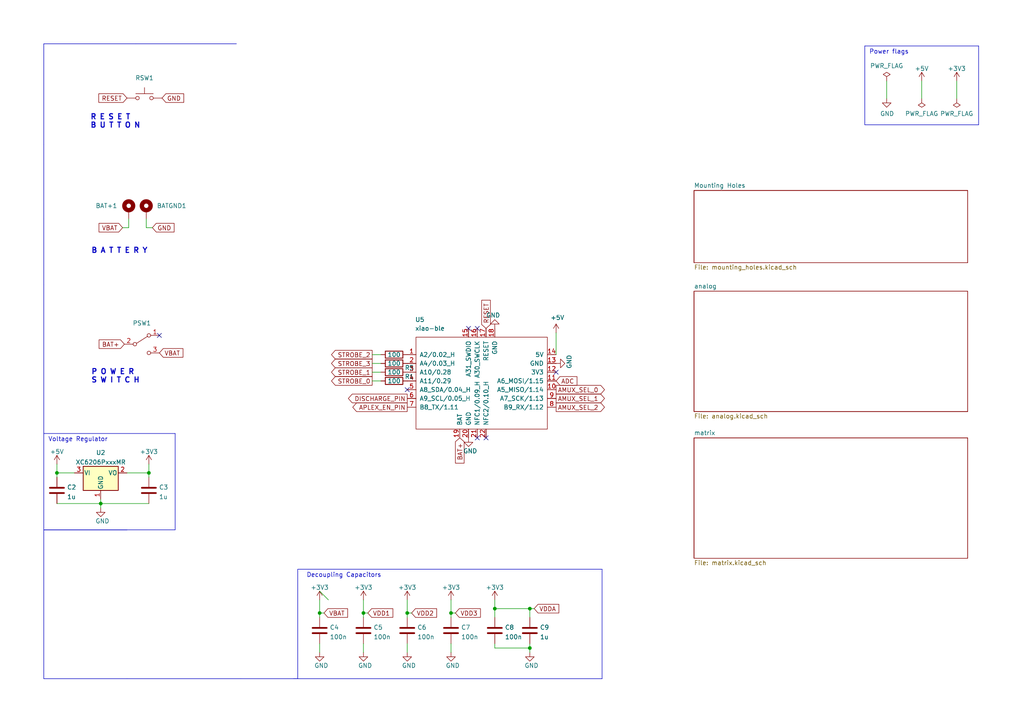
<source format=kicad_sch>
(kicad_sch (version 20231120) (generator "eeschema") (generator_version "8.0")
  (paper "A4")
  (title_block (title "EC27") (date "2024-03-03") (rev "1.1") (comment 3 "CC-BY-NC-SA-4.0"))
  (lib_symbols
    (symbol "Device:C" (pin_numbers hide) (pin_names (offset 0.254))
      (property "Reference" "C" (at 0.635 2.54 0))
      (property "Value" "C" (at 0.635 -2.54 0))
      (symbol "C_0_1"
        (polyline (pts (xy -2.032 -0.762) (xy 2.032 -0.762)) (stroke (width 0.508)))
        (polyline (pts (xy -2.032 0.762) (xy 2.032 0.762)) (stroke (width 0.508)))
      )
      (symbol "C_1_1"
        (pin passive line (at 0 3.81 270) (length 2.794) (name "~") (number "1"))
        (pin passive line (at 0 -3.81 90) (length 2.794) (name "~") (number "2"))
      )
    )
    (symbol "Device:R" (pin_numbers hide) (pin_names (offset 0))
      (property "Reference" "R" (at 2.032 0 90))
      (property "Value" "R" (at 0 0 90))
      (symbol "R_0_1"
        (rectangle (start -1.016 -2.54) (end 1.016 2.54) (stroke (width 0.254)))
      )
      (symbol "R_1_1"
        (pin passive line (at 0 3.81 270) (length 1.27) (name "~") (number "1"))
        (pin passive line (at 0 -3.81 90) (length 1.27) (name "~") (number "2"))
      )
    )
    (symbol "Mechanical:MountingHole_Pad" (pin_numbers hide) (pin_names (offset 1.016) hide)
      (property "Reference" "H" (at 0 6.35 0))
      (property "Value" "MountingHole_Pad" (at 0 4.445 0))
      (symbol "MountingHole_Pad_0_1"
        (circle (center 0 1.27) (radius 1.27) (stroke (width 1.27)))
      )
      (symbol "MountingHole_Pad_1_1"
        (pin input line (at 0 -2.54 90) (length 2.54) (name "1") (number "1"))
      )
    )
    (symbol "Regulator_Linear:XC6206PxxxMR" (pin_names (offset 0.254))
      (property "Reference" "U" (at -3.81 3.175 0))
      (property "Value" "XC6206PxxxMR" (at 0 3.175 0))
      (symbol "XC6206PxxxMR_0_1"
        (rectangle (start -5.08 1.905) (end 5.08 -5.08) (stroke (width 0.254)) (fill (type background)))
      )
      (symbol "XC6206PxxxMR_1_1"
        (pin power_in line (at 0 -7.62 90) (length 2.54) (name "GND") (number "1"))
        (pin power_out line (at 7.62 0 180) (length 2.54) (name "VO") (number "2"))
        (pin power_in line (at -7.62 0 0) (length 2.54) (name "VI") (number "3"))
      )
    )
    (symbol "Switch:SW_Push" (pin_numbers hide) (pin_names (offset 1.016) hide)
      (property "Reference" "SW" (at 1.27 2.54 0))
      (property "Value" "SW_Push" (at 0 -1.524 0))
      (symbol "SW_Push_0_1"
        (circle (center -2.032 0) (radius 0.508))
        (polyline (pts (xy 0 1.27) (xy 0 3.048)))
        (polyline (pts (xy 2.54 1.27) (xy -2.54 1.27)))
        (circle (center 2.032 0) (radius 0.508))
        (pin passive line (at -5.08 0 0) (length 2.54) (name "1") (number "1"))
        (pin passive line (at 5.08 0 180) (length 2.54) (name "2") (number "2"))
      )
    )
    (symbol "Switch:SW_SPDT" (pin_names (offset 0) hide)
      (property "Reference" "SW" (at 0 4.318 0))
      (property "Value" "SW_SPDT" (at 0 -5.08 0))
      (symbol "SW_SPDT_0_0"
        (circle (center -2.032 0) (radius 0.508))
        (circle (center 2.032 -2.54) (radius 0.508))
      )
      (symbol "SW_SPDT_0_1"
        (polyline (pts (xy -1.524 0.254) (xy 1.651 2.286)))
        (circle (center 2.032 2.54) (radius 0.508))
      )
      (symbol "SW_SPDT_1_1"
        (pin passive line (at 5.08 2.54 180) (length 2.54) (name "A") (number "1"))
        (pin passive line (at -5.08 0 0) (length 2.54) (name "B") (number "2"))
        (pin passive line (at 5.08 -2.54 180) (length 2.54) (name "C") (number "3"))
      )
    )
    (symbol "mcu:xiao-ble" (pin_names (offset 1.016))
      (property "Reference" "U" (at -17.78 16.51 0))
      (property "Value" "xiao-ble" (at -15.24 13.97 0))
      (symbol "xiao-ble_0_1"
        (rectangle (start -19.05 12.7) (end 19.05 -13.97))
      )
      (symbol "xiao-ble_1_1"
        (pin bidirectional line (at -21.59 7.62 0) (length 2.54) (name "A2/0.02_H") (number "1"))
        (pin bidirectional line (at 21.59 -2.54 180) (length 2.54) (name "A5_MISO/1.14") (number "10"))
        (pin bidirectional line (at 21.59 0 180) (length 2.54) (name "A6_MOSI/1.15") (number "11"))
        (pin power_out line (at 21.59 2.54 180) (length 2.54) (name "3V3") (number "12"))
        (pin power_out line (at 21.59 5.08 180) (length 2.54) (name "GND") (number "13"))
        (pin power_out line (at 21.59 7.62 180) (length 2.54) (name "5V") (number "14"))
        (pin input line (at -3.81 15.24 270) (length 2.54) (name "A31_SWDIO") (number "15"))
        (pin input line (at -1.27 15.24 270) (length 2.54) (name "A30_SWCLK") (number "16"))
        (pin input line (at 1.27 15.24 270) (length 2.54) (name "RESET") (number "17"))
        (pin power_out line (at 3.81 15.24 270) (length 2.54) (name "GND") (number "18"))
        (pin bidirectional line (at -6.35 -16.51 90) (length 2.54) (name "BAT") (number "19"))
        (pin bidirectional line (at -21.59 5.08 0) (length 2.54) (name "A4/0.03_H") (number "2"))
        (pin power_out line (at -3.81 -16.51 90) (length 2.54) (name "GND") (number "20"))
        (pin bidirectional line (at -1.27 -16.51 90) (length 2.54) (name "NFC1/0.09_H") (number "21"))
        (pin bidirectional line (at 1.27 -16.51 90) (length 2.54) (name "NFC2/0.10_H") (number "22"))
        (pin bidirectional line (at -21.59 2.54 0) (length 2.54) (name "A10/0.28") (number "3"))
        (pin bidirectional line (at -21.59 0 0) (length 2.54) (name "A11/0.29") (number "4"))
        (pin bidirectional line (at -21.59 -2.54 0) (length 2.54) (name "A8_SDA/0.04_H") (number "5"))
        (pin bidirectional line (at -21.59 -5.08 0) (length 2.54) (name "A9_SCL/0.05_H") (number "6"))
        (pin bidirectional line (at -21.59 -7.62 0) (length 2.54) (name "B8_TX/1.11") (number "7"))
        (pin bidirectional line (at 21.59 -7.62 180) (length 2.54) (name "B9_RX/1.12") (number "8"))
        (pin bidirectional line (at 21.59 -5.08 180) (length 2.54) (name "A7_SCK/1.13") (number "9"))
      )
    )
    (symbol "power:+3.3V" (power) (pin_names (offset 0))
      (property "Value" "+3.3V" (at 0 3.556 0))
      (symbol "+3.3V_0_1"
        (polyline (pts (xy -0.762 1.27) (xy 0 2.54)))
        (polyline (pts (xy 0 0) (xy 0 2.54)))
        (polyline (pts (xy 0 2.54) (xy 0.762 1.27)))
      )
      (symbol "+3.3V_1_1"
        (pin power_in line (at 0 0 90) (length 0) hide (name "+3V3") (number "1"))
      )
    )
    (symbol "power:+5V" (power) (pin_names (offset 0))
      (property "Value" "+5V" (at 0 3.556 0))
      (symbol "+5V_0_1"
        (polyline (pts (xy -0.762 1.27) (xy 0 2.54)))
        (polyline (pts (xy 0 0) (xy 0 2.54)))
        (polyline (pts (xy 0 2.54) (xy 0.762 1.27)))
      )
      (symbol "+5V_1_1"
        (pin power_in line (at 0 0 90) (length 0) hide (name "+5V") (number "1"))
      )
    )
    (symbol "power:GND" (power) (pin_names (offset 0))
      (property "Value" "GND" (at 0 -3.81 0))
      (symbol "GND_0_1"
        (polyline (pts (xy 0 0) (xy 0 -1.27) (xy 1.27 -1.27) (xy 0 -2.54) (xy -1.27 -1.27) (xy 0 -1.27)))
      )
      (symbol "GND_1_1"
        (pin power_in line (at 0 0 270) (length 0) hide (name "GND") (number "1"))
      )
    )
    (symbol "power:PWR_FLAG" (power) (pin_numbers hide) (pin_names (offset 0) hide)
      (property "Value" "PWR_FLAG" (at 0 3.81 0))
      (symbol "PWR_FLAG_0_0"
        (pin power_out line (at 0 0 90) (length 0) (name "pwr") (number "1"))
      )
      (symbol "PWR_FLAG_0_1"
        (polyline (pts (xy 0 0) (xy 0 1.27) (xy -1.016 1.905) (xy 0 2.54) (xy 1.016 1.905) (xy 0 1.27)))
      )
    )
  )
  (junction (at 143.51 176.53))
  (junction (at 153.67 176.53))
  (junction (at 130.81 177.8))
  (junction (at 92.71 177.8))
  (junction (at 43.18 137.16))
  (junction (at 29.21 146.05))
  (junction (at 118.11 177.8))
  (junction (at 105.41 177.8))
  (junction (at 153.67 187.96))
  (junction (at 16.51 137.16))
  (no_connect (at 161.29 107.95))
  (no_connect (at 135.89 95.25))
  (no_connect (at 138.43 127))
  (no_connect (at 138.43 95.25))
  (no_connect (at 118.11 113.03))
  (no_connect (at 46.228 97.282))
  (no_connect (at 140.97 127))
  (bus_entry (at 92.71 171.45) (size 2.54 2.54))
  (wire (pts (xy 43.18 137.16) (xy 43.18 138.43)))
  (polyline (pts (xy 36.83 196.85) (xy 69.85 196.85)))
  (wire (pts (xy 143.51 187.96) (xy 153.67 187.96)))
  (wire (pts (xy 92.71 186.69) (xy 92.71 189.23)))
  (polyline (pts (xy 12.7 82.55) (xy 12.7 125.73)))
  (wire (pts (xy 257.175 23.495) (xy 257.175 28.575)))
  (wire (pts (xy 16.51 146.05) (xy 29.21 146.05)))
  (wire (pts (xy 153.67 187.96) (xy 153.67 189.23)))
  (wire (pts (xy 92.71 173.99) (xy 92.71 177.8)))
  (wire (pts (xy 110.49 102.87) (xy 107.95 102.87)))
  (polyline (pts (xy 12.7 41.91) (xy 12.7 63.5)))
  (wire (pts (xy 107.95 107.95) (xy 110.49 107.95)))
  (wire (pts (xy 16.51 137.16) (xy 16.51 138.43)))
  (wire (pts (xy 153.67 186.69) (xy 153.67 187.96)))
  (wire (pts (xy 105.41 179.07) (xy 105.41 177.8)))
  (polyline (pts (xy 36.83 153.67) (xy 50.8 153.67)))
  (wire (pts (xy 105.41 186.69) (xy 105.41 189.23)))
  (wire (pts (xy 118.11 173.99) (xy 118.11 177.8)))
  (wire (pts (xy 29.21 146.05) (xy 43.18 146.05)))
  (wire (pts (xy 118.11 186.69) (xy 118.11 189.23)))
  (wire (pts (xy 29.21 146.05) (xy 29.21 147.32)))
  (wire (pts (xy 107.95 110.49) (xy 110.49 110.49)))
  (wire (pts (xy 118.11 179.07) (xy 118.11 177.8)))
  (wire (pts (xy 130.81 173.99) (xy 130.81 177.8)))
  (wire (pts (xy 16.51 137.16) (xy 21.59 137.16)))
  (wire (pts (xy 107.95 105.41) (xy 110.49 105.41)))
  (wire (pts (xy 130.81 177.8) (xy 130.81 179.07)))
  (wire (pts (xy 153.67 176.53) (xy 153.67 179.07)))
  (polyline (pts (xy 12.7 12.7) (xy 39.37 12.7)))
  (polyline (pts (xy 86.36 165.1) (xy 174.625 165.1)))
  (polyline (pts (xy 86.36 196.85) (xy 85.09 196.85)))
  (polyline (pts (xy 86.36 165.1) (xy 86.36 196.85)))
  (polyline (pts (xy 12.7 125.73) (xy 50.8 125.73)))
  (polyline (pts (xy 12.7 125.73) (xy 12.7 153.67)))
  (polyline (pts (xy 250.825 36.195) (xy 283.845 36.195)))
  (polyline (pts (xy 12.7 153.67) (xy 36.83 153.67)))
  (polyline (pts (xy 86.36 196.85) (xy 69.85 196.85)))
  (polyline (pts (xy 12.7 196.85) (xy 36.83 196.85)))
  (wire (pts (xy 267.335 23.495) (xy 267.335 28.575)))
  (polyline (pts (xy 12.7 63.5) (xy 12.7 82.55)))
  (wire (pts (xy 42.418 66.04) (xy 44.196 66.04)))
  (wire (pts (xy 37.338 66.04) (xy 37.338 63.5)))
  (polyline (pts (xy 12.7 153.67) (xy 12.7 196.85)))
  (wire (pts (xy 43.18 134.62) (xy 43.18 137.16)))
  (wire (pts (xy 42.418 63.5) (xy 42.418 66.04)))
  (polyline (pts (xy 12.7 153.67) (xy 36.83 153.67)))
  (wire (pts (xy 92.71 177.8) (xy 92.71 179.07)))
  (wire (pts (xy 143.51 179.07) (xy 143.51 176.53)))
  (polyline (pts (xy 50.8 153.67) (xy 50.8 125.73)))
  (wire (pts (xy 130.81 186.69) (xy 130.81 189.23)))
  (wire (pts (xy 161.29 96.52) (xy 161.29 102.87)))
  (polyline (pts (xy 174.625 165.1) (xy 174.625 196.85)))
  (wire (pts (xy 93.98 177.8) (xy 92.71 177.8)))
  (wire (pts (xy 143.51 186.69) (xy 143.51 187.96)))
  (wire (pts (xy 105.41 177.8) (xy 106.68 177.8)))
  (wire (pts (xy 143.51 173.99) (xy 143.51 176.53)))
  (wire (pts (xy 130.81 177.8) (xy 132.08 177.8)))
  (polyline (pts (xy 283.845 36.195) (xy 283.845 13.335)))
  (wire (pts (xy 16.51 134.62) (xy 16.51 137.16)))
  (wire (pts (xy 277.495 23.495) (xy 277.495 28.575)))
  (wire (pts (xy 29.21 144.78) (xy 29.21 146.05)))
  (wire (pts (xy 35.56 66.04) (xy 37.338 66.04)))
  (wire (pts (xy 36.83 137.16) (xy 43.18 137.16)))
  (polyline (pts (xy 174.625 196.85) (xy 86.36 196.85)))
  (wire (pts (xy 105.41 173.99) (xy 105.41 177.8)))
  (wire (pts (xy 153.67 176.53) (xy 154.94 176.53)))
  (polyline (pts (xy 12.7 41.91) (xy 12.7 12.7)))
  (polyline (pts (xy 68.58 12.7) (xy 39.37 12.7)))
  (polyline (pts (xy 250.825 13.335) (xy 283.845 13.335)))
  (wire (pts (xy 118.11 177.8) (xy 119.38 177.8)))
  (polyline (pts (xy 250.825 13.335) (xy 250.825 36.195)))
  (wire (pts (xy 143.51 176.53) (xy 153.67 176.53)))
  (text "Voltage Regulator" (at 13.97 128.27 0) (effects (font (size 1.27 1.27)) (justify left bottom)))
  (text "Decoupling Capacitors" (at 88.9 167.64 0) (effects (font (size 1.27 1.27)) (justify left bottom)))
  (text "P O W E R\nS W I T C H" (at 26.416 111.252 0) (effects (font (size 1.5 1.5) (thickness 0.3) (bold yes)) (justify left bottom)))
  (text "B A T T E R Y" (at 26.416 73.66 0) (effects (font (size 1.5 1.5) (thickness 0.3) (bold yes)) (justify left bottom)))
  (text "R E S E T \nB U T T O N" (at 26.162 37.338 0) (effects (font (size 1.5 1.5) (thickness 0.3) (bold yes)) (justify left bottom)))
  (text "Power flags\n" (at 252.095 15.875 0) (effects (font (size 1.27 1.27)) (justify left bottom)))
  (global_label "VBAT" (shape input) (at 35.56 66.04 180) (property "Intersheetrefs" "${INTERSHEET_REFS}" (effects (hide yes))))
  (global_label "VDD2" (shape input) (at 119.38 177.8 0) (property "Intersheetrefs" "${INTERSHEET_REFS}" (effects (hide yes))))
  (global_label "AMUX_SEL_0" (shape output) (at 161.29 113.03 0) (property "Intersheetrefs" "${INTERSHEET_REFS}" (effects (hide yes))))
  (global_label "DISCHARGE_PIN" (shape output) (at 118.11 115.57 180) (property "Intersheetrefs" "${INTERSHEET_REFS}" (effects (hide yes))))
  (global_label "RESET" (shape input) (at 36.83 28.448 180) (property "Intersheetrefs" "${INTERSHEET_REFS}" (effects (hide yes))))
  (global_label "BAT+" (shape input) (at 36.068 99.822 180) (property "Intersheetrefs" "${INTERSHEET_REFS}" (effects (hide yes))))
  (global_label "VDD3" (shape input) (at 132.08 177.8 0) (property "Intersheetrefs" "${INTERSHEET_REFS}" (effects (hide yes))))
  (global_label "GND" (shape input) (at 46.99 28.448 0) (property "Intersheetrefs" "${INTERSHEET_REFS}" (effects (hide yes))))
  (global_label "STROBE_2" (shape output) (at 107.95 102.87 180) (property "Intersheetrefs" "${INTERSHEET_REFS}" (effects (hide yes))))
  (global_label "APLEX_EN_PIN" (shape output) (at 118.11 118.11 180) (property "Intersheetrefs" "${INTERSHEET_REFS}" (effects (hide yes))))
  (global_label "VDD1" (shape input) (at 106.68 177.8 0) (property "Intersheetrefs" "${INTERSHEET_REFS}" (effects (hide yes))))
  (global_label "VBAT" (shape input) (at 93.98 177.8 0) (property "Intersheetrefs" "${INTERSHEET_REFS}" (effects (hide yes))))
  (global_label "AMUX_SEL_2" (shape output) (at 161.29 118.11 0) (property "Intersheetrefs" "${INTERSHEET_REFS}" (effects (hide yes))))
  (global_label "GND" (shape input) (at 44.196 66.04 0) (property "Intersheetrefs" "${INTERSHEET_REFS}" (effects (hide yes))))
  (global_label "STROBE_1" (shape output) (at 107.95 107.95 180) (property "Intersheetrefs" "${INTERSHEET_REFS}" (effects (hide yes))))
  (global_label "VDDA" (shape input) (at 154.94 176.53 0) (property "Intersheetrefs" "${INTERSHEET_REFS}" (effects (hide yes))))
  (global_label "RESET" (shape input) (at 140.97 95.25 90) (property "Intersheetrefs" "${INTERSHEET_REFS}" (effects (hide yes))))
  (global_label "BAT+" (shape input) (at 133.35 127 270) (property "Intersheetrefs" "${INTERSHEET_REFS}" (effects (hide yes))))
  (global_label "STROBE_3" (shape output) (at 107.95 105.41 180) (property "Intersheetrefs" "${INTERSHEET_REFS}" (effects (hide yes))))
  (global_label "VBAT" (shape input) (at 46.228 102.362 0) (property "Intersheetrefs" "${INTERSHEET_REFS}" (effects (hide yes))))
  (global_label "STROBE_0" (shape output) (at 107.95 110.49 180) (property "Intersheetrefs" "${INTERSHEET_REFS}" (effects (hide yes))))
  (global_label "ADC" (shape input) (at 161.29 110.49 0) (property "Intersheetrefs" "${INTERSHEET_REFS}" (effects (hide yes))))
  (global_label "AMUX_SEL_1" (shape output) (at 161.29 115.57 0) (property "Intersheetrefs" "${INTERSHEET_REFS}" (effects (hide yes))))
  (symbol (lib_id "power:GND") (at 105.41 189.23 0) (unit 1)
    (property "Reference" "#PWR026" (effects (hide yes)))
    (property "Value" "GND" (at 107.95 193.04 0) (effects (justify right)))
  )
  (symbol (lib_id "power:PWR_FLAG") (at 277.495 28.575 180) (unit 1)
    (property "Reference" "#FLG03" (effects (hide yes)))
    (property "Value" "PWR_FLAG" (at 277.495 32.9692 0))
  )
  (symbol (lib_id "power:GND") (at 257.175 28.575 0) (unit 1)
    (property "Reference" "#PWR06" (effects (hide yes)))
    (property "Value" "GND" (at 257.302 32.9692 0))
  )
  (symbol (lib_id "power:+3.3V") (at 92.71 173.99 0) (unit 1)
    (property "Reference" "#PWR019" (effects (hide yes)))
    (property "Value" "+3V3" (at 92.71 170.3855 0))
  )
  (symbol (lib_id "Device:R") (at 114.3 102.87 90) (unit 1)
    (property "Reference" "R4" (effects (hide yes)))
    (property "Value" "100" (at 114.3 102.87 90))
    (property "Footprint" "Resistor_SMD:R_0402_1005Metric" (effects (hide yes)))
    (property "LCSC" "C25076" (effects (hide yes)))
  )
  (symbol (lib_id "Switch:SW_SPDT") (at 41.148 99.822 0) (unit 1)
    (property "Reference" "PSW1" (at 41.148 93.726 0))
    (property "Value" "SW_SPDT" (effects (hide yes)))
    (property "Footprint" "TOTEMlib:MSK12C02" (effects (hide yes)))
  )
  (symbol (lib_id "power:+3.3V") (at 118.11 173.99 0) (unit 1)
    (property "Reference" "#PWR021" (effects (hide yes)))
    (property "Value" "+3V3" (at 118.11 170.3855 0))
  )
  (symbol (lib_id "Device:C") (at 92.71 182.88 0) (unit 1)
    (property "Reference" "C4" (at 95.631 181.9715 0) (effects (justify left)))
    (property "Value" "100n" (at 95.631 184.7466 0) (effects (justify left)))
    (property "Footprint" "Capacitor_SMD:C_0402_1005Metric" (effects (hide yes)))
    (property "LCSC" "C307331" (effects (hide yes)))
  )
  (symbol (lib_id "Device:C") (at 16.51 142.24 0) (unit 1)
    (property "Reference" "C2" (at 19.431 141.3315 0) (effects (justify left)))
    (property "Value" "1u" (at 19.431 144.1066 0) (effects (justify left)))
    (property "Footprint" "Capacitor_SMD:C_0402_1005Metric" (effects (hide yes)))
    (property "LCSC" "C52923" (effects (hide yes)))
  )
  (symbol (lib_id "power:+5V") (at 267.335 23.495 0) (unit 1)
    (property "Reference" "#PWR02" (effects (hide yes)))
    (property "Value" "+5V" (at 267.335 19.8905 0))
  )
  (symbol (lib_id "mcu:xiao-ble") (at 139.7 110.49 0) (unit 1)
    (property "Reference" "U5" (at 120.396 92.71 0) (effects (justify left)))
    (property "Value" "xiao-ble" (at 120.396 95.25 0) (effects (justify left)))
    (property "Footprint" "TOTEMlib:xiao-ble-smd-cutout" (effects (hide yes)))
  )
  (symbol (lib_id "power:GND") (at 135.89 127 0) (unit 1)
    (property "Reference" "#PWR010" (effects (hide yes)))
    (property "Value" "GND" (at 138.43 130.81 0) (effects (justify right)))
  )
  (symbol (lib_id "power:+3.3V") (at 143.51 173.99 0) (unit 1)
    (property "Reference" "#PWR023" (effects (hide yes)))
    (property "Value" "+3V3" (at 143.51 170.3855 0))
  )
  (symbol (lib_id "power:GND") (at 92.71 189.23 0) (unit 1)
    (property "Reference" "#PWR025" (effects (hide yes)))
    (property "Value" "GND" (at 95.25 193.04 0) (effects (justify right)))
  )
  (symbol (lib_id "power:+3.3V") (at 277.495 23.495 0) (unit 1)
    (property "Reference" "#PWR03" (effects (hide yes)))
    (property "Value" "+3V3" (at 277.495 19.8905 0))
  )
  (symbol (lib_id "Device:C") (at 105.41 182.88 0) (unit 1)
    (property "Reference" "C5" (at 108.331 181.9715 0) (effects (justify left)))
    (property "Value" "100n" (at 108.331 184.7466 0) (effects (justify left)))
    (property "Footprint" "Capacitor_SMD:C_0402_1005Metric" (effects (hide yes)))
    (property "LCSC" "C307331" (effects (hide yes)))
  )
  (symbol (lib_id "Device:C") (at 43.18 142.24 0) (unit 1)
    (property "Reference" "C3" (at 46.101 141.3315 0) (effects (justify left)))
    (property "Value" "1u" (at 46.101 144.1066 0) (effects (justify left)))
    (property "Footprint" "Capacitor_SMD:C_0402_1005Metric" (effects (hide yes)))
    (property "LCSC" "C52923" (effects (hide yes)))
  )
  (symbol (lib_id "Mechanical:MountingHole_Pad") (at 37.338 60.96 0) (unit 1)
    (property "Reference" "BAT+1" (at 34.036 59.69 0) (effects (justify right)))
    (property "Value" "+" (effects (hide yes)))
    (property "Footprint" "TOTEMlib:BatteryPad" (effects (hide yes)))
  )
  (symbol (lib_id "power:+5V") (at 16.51 134.62 0) (unit 1)
    (property "Reference" "#PWR013" (effects (hide yes)))
    (property "Value" "+5V" (at 16.51 131.0155 0))
  )
  (symbol (lib_id "Switch:SW_Push") (at 41.91 28.448 0) (unit 1)
    (property "Reference" "RSW1" (at 41.91 22.606 0))
    (property "Value" "SW_Push" (effects (hide yes)))
    (property "Footprint" "TOTEMlib:SKHLLCA010" (effects (hide yes)))
  )
  (symbol (lib_id "power:+3.3V") (at 130.81 173.99 0) (unit 1)
    (property "Reference" "#PWR022" (effects (hide yes)))
    (property "Value" "+3V3" (at 130.81 170.3855 0))
  )
  (symbol (lib_id "power:+3.3V") (at 105.41 173.99 0) (unit 1)
    (property "Reference" "#PWR020" (effects (hide yes)))
    (property "Value" "+3V3" (at 105.41 170.3855 0))
  )
  (symbol (lib_id "power:GND") (at 130.81 189.23 0) (unit 1)
    (property "Reference" "#PWR028" (effects (hide yes)))
    (property "Value" "GND" (at 133.35 193.04 0) (effects (justify right)))
  )
  (symbol (lib_id "Mechanical:MountingHole_Pad") (at 42.418 60.96 0) (unit 1)
    (property "Reference" "BATGND1" (at 45.466 59.69 0) (effects (justify left)))
    (property "Value" "-" (effects (hide yes)))
    (property "Footprint" "TOTEMlib:BatteryPad" (effects (hide yes)))
  )
  (symbol (lib_id "power:GND") (at 153.67 189.23 0) (unit 1)
    (property "Reference" "#PWR029" (effects (hide yes)))
    (property "Value" "GND" (at 156.21 193.04 0) (effects (justify right)))
  )
  (symbol (lib_id "Device:R") (at 114.3 107.95 90) (unit 1)
    (property "Reference" "R5" (at 118.745 106.68 90))
    (property "Value" "100" (at 114.3 107.95 90))
    (property "Footprint" "Resistor_SMD:R_0402_1005Metric" (effects (hide yes)))
    (property "LCSC" "C25076" (effects (hide yes)))
  )
  (symbol (lib_id "power:GND") (at 118.11 189.23 0) (unit 1)
    (property "Reference" "#PWR027" (effects (hide yes)))
    (property "Value" "GND" (at 120.65 193.04 0) (effects (justify right)))
  )
  (symbol (lib_id "power:PWR_FLAG") (at 257.175 23.495 0) (unit 1)
    (property "Reference" "#FLG01" (effects (hide yes)))
    (property "Value" "PWR_FLAG" (at 257.175 19.1008 0))
  )
  (symbol (lib_id "power:GND") (at 143.51 95.25 180) (unit 1)
    (property "Reference" "#PWR01" (effects (hide yes)))
    (property "Value" "GND" (at 140.97 91.44 0) (effects (justify right)))
  )
  (symbol (lib_id "Device:C") (at 143.51 182.88 0) (unit 1)
    (property "Reference" "C8" (at 146.431 181.9715 0) (effects (justify left)))
    (property "Value" "100n" (at 146.431 184.7466 0) (effects (justify left)))
    (property "Footprint" "Capacitor_SMD:C_0402_1005Metric" (effects (hide yes)))
    (property "LCSC" "C307331" (effects (hide yes)))
  )
  (symbol (lib_id "Device:C") (at 118.11 182.88 0) (unit 1)
    (property "Reference" "C6" (at 121.031 181.9715 0) (effects (justify left)))
    (property "Value" "100n" (at 121.031 184.7466 0) (effects (justify left)))
    (property "Footprint" "Capacitor_SMD:C_0402_1005Metric" (effects (hide yes)))
    (property "LCSC" "C307331" (effects (hide yes)))
  )
  (symbol (lib_id "power:GND") (at 29.21 147.32 0) (unit 1)
    (property "Reference" "#PWR016" (effects (hide yes)))
    (property "Value" "GND" (at 31.75 151.13 0) (effects (justify right)))
  )
  (symbol (lib_id "power:+5V") (at 161.29 96.52 0) (unit 1)
    (property "Reference" "#PWR011" (effects (hide yes)))
    (property "Value" "+5V" (at 161.671 92.1258 0))
  )
  (symbol (lib_id "Device:R") (at 114.3 110.49 90) (unit 1)
    (property "Reference" "R1" (at 118.745 109.22 90))
    (property "Value" "100" (at 114.3 110.49 90))
    (property "Footprint" "Resistor_SMD:R_0402_1005Metric" (effects (hide yes)))
    (property "LCSC" "C25076" (effects (hide yes)))
  )
  (symbol (lib_id "power:+3.3V") (at 43.18 134.62 0) (unit 1)
    (property "Reference" "#PWR014" (effects (hide yes)))
    (property "Value" "+3V3" (at 43.18 131.0155 0))
  )
  (symbol (lib_id "power:PWR_FLAG") (at 267.335 28.575 180) (unit 1)
    (property "Reference" "#FLG02" (effects (hide yes)))
    (property "Value" "PWR_FLAG" (at 267.335 32.9692 0))
  )
  (symbol (lib_id "Device:C") (at 153.67 182.88 0) (unit 1)
    (property "Reference" "C9" (at 156.591 181.9715 0) (effects (justify left)))
    (property "Value" "1u" (at 156.591 184.7466 0) (effects (justify left)))
    (property "Footprint" "Capacitor_SMD:C_0402_1005Metric" (effects (hide yes)))
    (property "LCSC" "C52923" (effects (hide yes)))
  )
  (symbol (lib_id "Device:R") (at 114.3 105.41 90) (unit 1)
    (property "Reference" "R2" (effects (hide yes)))
    (property "Value" "100" (at 114.3 105.41 90))
    (property "Footprint" "Resistor_SMD:R_0402_1005Metric" (effects (hide yes)))
    (property "LCSC" "C25076" (effects (hide yes)))
  )
  (symbol (lib_id "Device:C") (at 130.81 182.88 0) (unit 1)
    (property "Reference" "C7" (at 133.731 181.9715 0) (effects (justify left)))
    (property "Value" "100n" (at 133.731 184.7466 0) (effects (justify left)))
    (property "Footprint" "Capacitor_SMD:C_0402_1005Metric" (effects (hide yes)))
    (property "LCSC" "C307331" (effects (hide yes)))
  )
  (symbol (lib_id "Regulator_Linear:XC6206PxxxMR") (at 29.21 137.16 0) (unit 1)
    (property "Reference" "U2" (at 29.21 131.2885 0))
    (property "Value" "XC6206PxxxMR" (at 29.21 134.0636 0))
    (property "Footprint" "Package_TO_SOT_SMD:SOT-23" (effects (hide yes)))
    (property "Datasheet" "https://www.torexsemi.com/file/xc6206/XC6206.pdf" (effects (hide yes)))
    (property "LCSC" "C5446" (effects (hide yes)))
  )
  (symbol (lib_id "power:GND") (at 161.29 105.41 90) (unit 1)
    (property "Reference" "#PWR09" (effects (hide yes)))
    (property "Value" "GND" (at 165.1 102.87 0) (effects (justify right)))
  )
  (sheet (at 201.295 84.455) (size 79.375 34.925) (stroke (width 0.1524))
    (property "Sheetname" "analog" (at 201.295 83.7434 0) (effects (justify left bottom)))
    (property "Sheetfile" "analog.kicad_sch" (at 201.295 119.9646 0) (effects (justify left top)))
  )
  (sheet (at 201.295 55.245) (size 79.375 20.955) (stroke (width 0.1524))
    (property "Sheetname" "Mounting Holes" (at 201.295 54.5334 0) (effects (justify left bottom)))
    (property "Sheetfile" "mounting_holes.kicad_sch" (at 201.295 76.7846 0) (effects (justify left top)))
  )
  (sheet (at 201.295 127) (size 79.375 34.925) (stroke (width 0.1524))
    (property "Sheetname" "matrix" (at 201.295 126.2884 0) (effects (justify left bottom)))
    (property "Sheetfile" "matrix.kicad_sch" (at 201.295 162.5096 0) (effects (justify left top)))
  )
)
</source>
